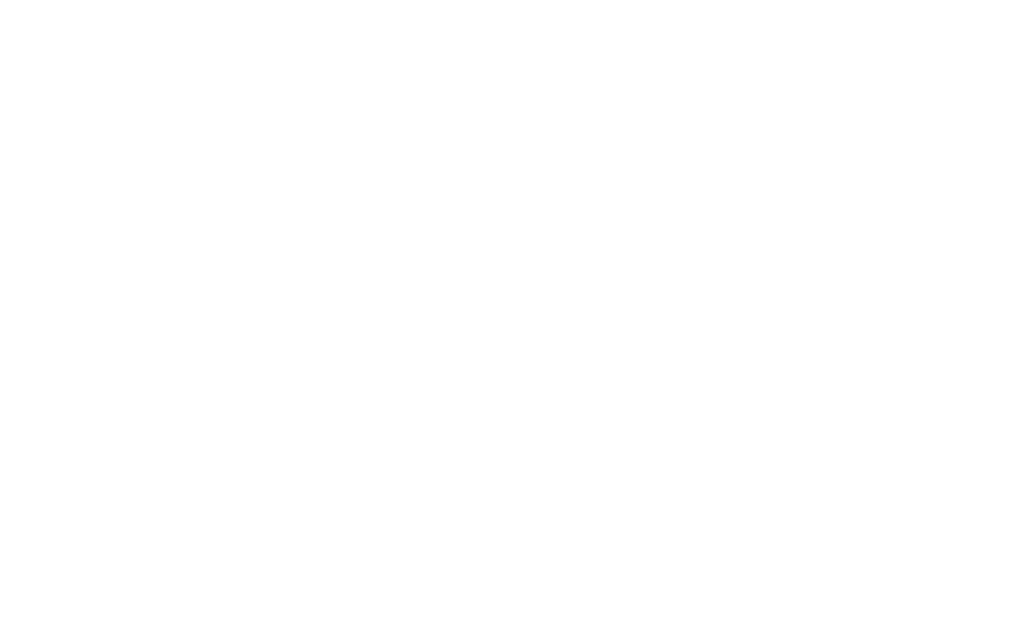
<source format=gbr>
G04 Panel Editor  V12.2 (Build 1133) Date:  Mon Apr 13 15:19:45 2020 *
G04 Database: C:\Users\sergey\Documents\EAGLE\projects\Led_amp\export\CAMOutputs\Panel\Led_amp.cam *
G04 Layer 13: drills.xln *
%FSLAX34Y34*%
%MOMM*%
%SFA1.000B1.000*%

%MIA0B0*%
%IPPOS*%
%LNdrills.xln*%
%SRX1Y1I0J0*%
%LPD*%
%SRX5Y4I37.754J30.254*%
G54D73*
X122590Y191970D03*
X254670Y217370D03*
G54D30*
X201470Y268170D03*
X176070D03*
G54D31*
X101270Y115570D03*
X126270D03*
X151270D03*
X176270D03*
X201270D03*
X226270D03*
X251270D03*
X276270D03*
X101270Y38770D03*
X126270D03*
X151270D03*
X176270D03*
X201270D03*
X226270D03*
X251270D03*
X276270D03*
G54D32*
X38770D03*
X338770D03*
X38770Y263770D03*
X338770D03*
M02*

</source>
